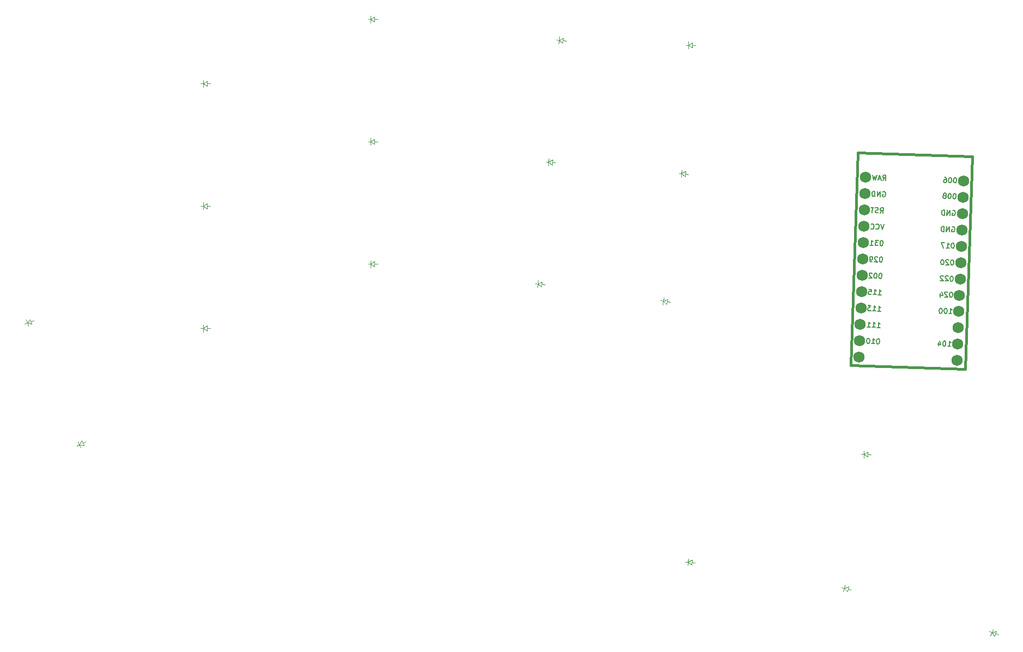
<source format=gbr>
%TF.GenerationSoftware,KiCad,Pcbnew,8.0.6*%
%TF.CreationDate,2025-01-06T03:54:34-07:00*%
%TF.ProjectId,left_circuit,6c656674-5f63-4697-9263-7569742e6b69,v1.0.0*%
%TF.SameCoordinates,Original*%
%TF.FileFunction,Legend,Bot*%
%TF.FilePolarity,Positive*%
%FSLAX46Y46*%
G04 Gerber Fmt 4.6, Leading zero omitted, Abs format (unit mm)*
G04 Created by KiCad (PCBNEW 8.0.6) date 2025-01-06 03:54:34*
%MOMM*%
%LPD*%
G01*
G04 APERTURE LIST*
%ADD10C,0.150000*%
%ADD11C,0.381000*%
%ADD12C,0.100000*%
%ADD13C,1.752600*%
G04 APERTURE END LIST*
D10*
X267032672Y-147424102D02*
X267110145Y-147388689D01*
X267110145Y-147388689D02*
X267224361Y-147392678D01*
X267224361Y-147392678D02*
X267337248Y-147434738D01*
X267337248Y-147434738D02*
X267410733Y-147513542D01*
X267410733Y-147513542D02*
X267446146Y-147591015D01*
X267446146Y-147591015D02*
X267478900Y-147744633D01*
X267478900Y-147744633D02*
X267474911Y-147858849D01*
X267474911Y-147858849D02*
X267431521Y-148009807D01*
X267431521Y-148009807D02*
X267390790Y-148084622D01*
X267390790Y-148084622D02*
X267311987Y-148158107D01*
X267311987Y-148158107D02*
X267196442Y-148192191D01*
X267196442Y-148192191D02*
X267120298Y-148189532D01*
X267120298Y-148189532D02*
X267007411Y-148147471D01*
X267007411Y-148147471D02*
X266970668Y-148108070D01*
X266970668Y-148108070D02*
X266979975Y-147841565D01*
X266979975Y-147841565D02*
X267132263Y-147846883D01*
X266625361Y-148172248D02*
X266653281Y-147372735D01*
X266653281Y-147372735D02*
X266168497Y-148156294D01*
X266168497Y-148156294D02*
X266196416Y-147356781D01*
X265787777Y-148142999D02*
X265815696Y-147343486D01*
X265815696Y-147343486D02*
X265625336Y-147336839D01*
X265625336Y-147336839D02*
X265509791Y-147370922D01*
X265509791Y-147370922D02*
X265430987Y-147444407D01*
X265430987Y-147444407D02*
X265390256Y-147519222D01*
X265390256Y-147519222D02*
X265346866Y-147670181D01*
X265346866Y-147670181D02*
X265342878Y-147784397D01*
X265342878Y-147784397D02*
X265375632Y-147938014D01*
X265375632Y-147938014D02*
X265411045Y-148015488D01*
X265411045Y-148015488D02*
X265484530Y-148094291D01*
X265484530Y-148094291D02*
X265597417Y-148136351D01*
X265597417Y-148136351D02*
X265787777Y-148142999D01*
X256212299Y-144504698D02*
X256289772Y-144469285D01*
X256289772Y-144469285D02*
X256403988Y-144473274D01*
X256403988Y-144473274D02*
X256516875Y-144515334D01*
X256516875Y-144515334D02*
X256590360Y-144594138D01*
X256590360Y-144594138D02*
X256625773Y-144671611D01*
X256625773Y-144671611D02*
X256658527Y-144825229D01*
X256658527Y-144825229D02*
X256654538Y-144939445D01*
X256654538Y-144939445D02*
X256611148Y-145090403D01*
X256611148Y-145090403D02*
X256570417Y-145165218D01*
X256570417Y-145165218D02*
X256491614Y-145238703D01*
X256491614Y-145238703D02*
X256376069Y-145272787D01*
X256376069Y-145272787D02*
X256299925Y-145270128D01*
X256299925Y-145270128D02*
X256187038Y-145228067D01*
X256187038Y-145228067D02*
X256150295Y-145188666D01*
X256150295Y-145188666D02*
X256159602Y-144922161D01*
X256159602Y-144922161D02*
X256311890Y-144927479D01*
X255804988Y-145252844D02*
X255832908Y-144453331D01*
X255832908Y-144453331D02*
X255348124Y-145236890D01*
X255348124Y-145236890D02*
X255376043Y-144437377D01*
X254967404Y-145223595D02*
X254995323Y-144424082D01*
X254995323Y-144424082D02*
X254804963Y-144417435D01*
X254804963Y-144417435D02*
X254689418Y-144451518D01*
X254689418Y-144451518D02*
X254610614Y-144525003D01*
X254610614Y-144525003D02*
X254569883Y-144599818D01*
X254569883Y-144599818D02*
X254526493Y-144750777D01*
X254526493Y-144750777D02*
X254522505Y-144864993D01*
X254522505Y-144864993D02*
X254555259Y-145018610D01*
X254555259Y-145018610D02*
X254590672Y-145096084D01*
X254590672Y-145096084D02*
X254664157Y-145174887D01*
X254664157Y-145174887D02*
X254777044Y-145216947D01*
X254777044Y-145216947D02*
X254967404Y-145223595D01*
X267122867Y-152482236D02*
X267046723Y-152479577D01*
X267046723Y-152479577D02*
X266969249Y-152514990D01*
X266969249Y-152514990D02*
X266929848Y-152551733D01*
X266929848Y-152551733D02*
X266889116Y-152626547D01*
X266889116Y-152626547D02*
X266845726Y-152777506D01*
X266845726Y-152777506D02*
X266839079Y-152967866D01*
X266839079Y-152967866D02*
X266871833Y-153121483D01*
X266871833Y-153121483D02*
X266907246Y-153198957D01*
X266907246Y-153198957D02*
X266943988Y-153238359D01*
X266943988Y-153238359D02*
X267018803Y-153279090D01*
X267018803Y-153279090D02*
X267094947Y-153281749D01*
X267094947Y-153281749D02*
X267172421Y-153246336D01*
X267172421Y-153246336D02*
X267211822Y-153209593D01*
X267211822Y-153209593D02*
X267252553Y-153134779D01*
X267252553Y-153134779D02*
X267295943Y-152983820D01*
X267295943Y-152983820D02*
X267302591Y-152793460D01*
X267302591Y-152793460D02*
X267269837Y-152639842D01*
X267269837Y-152639842D02*
X267234424Y-152562369D01*
X267234424Y-152562369D02*
X267197681Y-152522967D01*
X267197681Y-152522967D02*
X267122867Y-152482236D01*
X266067002Y-153245852D02*
X266523866Y-153261806D01*
X266295434Y-153253829D02*
X266323354Y-152454316D01*
X266323354Y-152454316D02*
X266395509Y-152571191D01*
X266395509Y-152571191D02*
X266468994Y-152649995D01*
X266468994Y-152649995D02*
X266543809Y-152690726D01*
X265828417Y-152437033D02*
X265295409Y-152418420D01*
X265295409Y-152418420D02*
X265610137Y-153229898D01*
X255523713Y-167316468D02*
X255447569Y-167313809D01*
X255447569Y-167313809D02*
X255370095Y-167349222D01*
X255370095Y-167349222D02*
X255330694Y-167385965D01*
X255330694Y-167385965D02*
X255289962Y-167460779D01*
X255289962Y-167460779D02*
X255246572Y-167611738D01*
X255246572Y-167611738D02*
X255239925Y-167802098D01*
X255239925Y-167802098D02*
X255272679Y-167955715D01*
X255272679Y-167955715D02*
X255308092Y-168033189D01*
X255308092Y-168033189D02*
X255344834Y-168072591D01*
X255344834Y-168072591D02*
X255419649Y-168113322D01*
X255419649Y-168113322D02*
X255495793Y-168115981D01*
X255495793Y-168115981D02*
X255573267Y-168080568D01*
X255573267Y-168080568D02*
X255612668Y-168043825D01*
X255612668Y-168043825D02*
X255653399Y-167969011D01*
X255653399Y-167969011D02*
X255696789Y-167818052D01*
X255696789Y-167818052D02*
X255703437Y-167627692D01*
X255703437Y-167627692D02*
X255670683Y-167474074D01*
X255670683Y-167474074D02*
X255635270Y-167396601D01*
X255635270Y-167396601D02*
X255598527Y-167357199D01*
X255598527Y-167357199D02*
X255523713Y-167316468D01*
X254467848Y-168080084D02*
X254924712Y-168096038D01*
X254696280Y-168088061D02*
X254724200Y-167288548D01*
X254724200Y-167288548D02*
X254796355Y-167405423D01*
X254796355Y-167405423D02*
X254869840Y-167484227D01*
X254869840Y-167484227D02*
X254944655Y-167524958D01*
X254000831Y-167263288D02*
X253924687Y-167260629D01*
X253924687Y-167260629D02*
X253847213Y-167296042D01*
X253847213Y-167296042D02*
X253807812Y-167332784D01*
X253807812Y-167332784D02*
X253767081Y-167407599D01*
X253767081Y-167407599D02*
X253723691Y-167558557D01*
X253723691Y-167558557D02*
X253717043Y-167748918D01*
X253717043Y-167748918D02*
X253749797Y-167902535D01*
X253749797Y-167902535D02*
X253785210Y-167980009D01*
X253785210Y-167980009D02*
X253821953Y-168019410D01*
X253821953Y-168019410D02*
X253896767Y-168060141D01*
X253896767Y-168060141D02*
X253972911Y-168062800D01*
X253972911Y-168062800D02*
X254050385Y-168027387D01*
X254050385Y-168027387D02*
X254089786Y-167990645D01*
X254089786Y-167990645D02*
X254130518Y-167915830D01*
X254130518Y-167915830D02*
X254173908Y-167764872D01*
X254173908Y-167764872D02*
X254180555Y-167574512D01*
X254180555Y-167574512D02*
X254147801Y-167420894D01*
X254147801Y-167420894D02*
X254112388Y-167343420D01*
X254112388Y-167343420D02*
X254075646Y-167304019D01*
X254075646Y-167304019D02*
X254000831Y-167263288D01*
X255495223Y-160491316D02*
X255952087Y-160507270D01*
X255723655Y-160499293D02*
X255751575Y-159699780D01*
X255751575Y-159699780D02*
X255823730Y-159816656D01*
X255823730Y-159816656D02*
X255897215Y-159895459D01*
X255897215Y-159895459D02*
X255972030Y-159936190D01*
X254733782Y-160464726D02*
X255190646Y-160480680D01*
X254962214Y-160472703D02*
X254990134Y-159673190D01*
X254990134Y-159673190D02*
X255062289Y-159790065D01*
X255062289Y-159790065D02*
X255135774Y-159868869D01*
X255135774Y-159868869D02*
X255210589Y-159909600D01*
X254038333Y-159639953D02*
X254419053Y-159653248D01*
X254419053Y-159653248D02*
X254443830Y-160035298D01*
X254443830Y-160035298D02*
X254407088Y-159995896D01*
X254407088Y-159995896D02*
X254332273Y-159955165D01*
X254332273Y-159955165D02*
X254141913Y-159948518D01*
X254141913Y-159948518D02*
X254064439Y-159983931D01*
X254064439Y-159983931D02*
X254025038Y-160020673D01*
X254025038Y-160020673D02*
X253984307Y-160095488D01*
X253984307Y-160095488D02*
X253977659Y-160285848D01*
X253977659Y-160285848D02*
X254013072Y-160363321D01*
X254013072Y-160363321D02*
X254049815Y-160402723D01*
X254049815Y-160402723D02*
X254124629Y-160443454D01*
X254124629Y-160443454D02*
X254314989Y-160450101D01*
X254314989Y-160450101D02*
X254392463Y-160414688D01*
X254392463Y-160414688D02*
X254431865Y-160377946D01*
X256055581Y-152085752D02*
X255979437Y-152083093D01*
X255979437Y-152083093D02*
X255901963Y-152118506D01*
X255901963Y-152118506D02*
X255862562Y-152155249D01*
X255862562Y-152155249D02*
X255821830Y-152230063D01*
X255821830Y-152230063D02*
X255778440Y-152381022D01*
X255778440Y-152381022D02*
X255771793Y-152571382D01*
X255771793Y-152571382D02*
X255804547Y-152724999D01*
X255804547Y-152724999D02*
X255839960Y-152802473D01*
X255839960Y-152802473D02*
X255876702Y-152841875D01*
X255876702Y-152841875D02*
X255951517Y-152882606D01*
X255951517Y-152882606D02*
X256027661Y-152885265D01*
X256027661Y-152885265D02*
X256105135Y-152849852D01*
X256105135Y-152849852D02*
X256144536Y-152813109D01*
X256144536Y-152813109D02*
X256185267Y-152738295D01*
X256185267Y-152738295D02*
X256228657Y-152587336D01*
X256228657Y-152587336D02*
X256235305Y-152396976D01*
X256235305Y-152396976D02*
X256202551Y-152243358D01*
X256202551Y-152243358D02*
X256167138Y-152165885D01*
X256167138Y-152165885D02*
X256130395Y-152126483D01*
X256130395Y-152126483D02*
X256055581Y-152085752D01*
X255522572Y-152067139D02*
X255027636Y-152049855D01*
X255027636Y-152049855D02*
X255283504Y-152363738D01*
X255283504Y-152363738D02*
X255169288Y-152359750D01*
X255169288Y-152359750D02*
X255091814Y-152395163D01*
X255091814Y-152395163D02*
X255052413Y-152431905D01*
X255052413Y-152431905D02*
X255011682Y-152506720D01*
X255011682Y-152506720D02*
X255005034Y-152697080D01*
X255005034Y-152697080D02*
X255040447Y-152774553D01*
X255040447Y-152774553D02*
X255077190Y-152813955D01*
X255077190Y-152813955D02*
X255152004Y-152854686D01*
X255152004Y-152854686D02*
X255380436Y-152862663D01*
X255380436Y-152862663D02*
X255457910Y-152827250D01*
X255457910Y-152827250D02*
X255497311Y-152790507D01*
X254238275Y-152822778D02*
X254695140Y-152838732D01*
X254466707Y-152830755D02*
X254494627Y-152031242D01*
X254494627Y-152031242D02*
X254566782Y-152148117D01*
X254566782Y-152148117D02*
X254640268Y-152226920D01*
X254640268Y-152226920D02*
X254715082Y-152267651D01*
X266474213Y-163416259D02*
X266931077Y-163432213D01*
X266702645Y-163424236D02*
X266730565Y-162624723D01*
X266730565Y-162624723D02*
X266802720Y-162741599D01*
X266802720Y-162741599D02*
X266876205Y-162820402D01*
X266876205Y-162820402D02*
X266951020Y-162861133D01*
X266007196Y-162599463D02*
X265931052Y-162596804D01*
X265931052Y-162596804D02*
X265853578Y-162632217D01*
X265853578Y-162632217D02*
X265814177Y-162668959D01*
X265814177Y-162668959D02*
X265773446Y-162743774D01*
X265773446Y-162743774D02*
X265730056Y-162894733D01*
X265730056Y-162894733D02*
X265723408Y-163085093D01*
X265723408Y-163085093D02*
X265756162Y-163238710D01*
X265756162Y-163238710D02*
X265791575Y-163316184D01*
X265791575Y-163316184D02*
X265828318Y-163355585D01*
X265828318Y-163355585D02*
X265903132Y-163396317D01*
X265903132Y-163396317D02*
X265979276Y-163398976D01*
X265979276Y-163398976D02*
X266056750Y-163363563D01*
X266056750Y-163363563D02*
X266096151Y-163326820D01*
X266096151Y-163326820D02*
X266136882Y-163252005D01*
X266136882Y-163252005D02*
X266180272Y-163101047D01*
X266180272Y-163101047D02*
X266186920Y-162910687D01*
X266186920Y-162910687D02*
X266154166Y-162757069D01*
X266154166Y-162757069D02*
X266118753Y-162679595D01*
X266118753Y-162679595D02*
X266082010Y-162640194D01*
X266082010Y-162640194D02*
X266007196Y-162599463D01*
X265245755Y-162572873D02*
X265169611Y-162570214D01*
X265169611Y-162570214D02*
X265092137Y-162605627D01*
X265092137Y-162605627D02*
X265052736Y-162642369D01*
X265052736Y-162642369D02*
X265012005Y-162717184D01*
X265012005Y-162717184D02*
X264968615Y-162868142D01*
X264968615Y-162868142D02*
X264961967Y-163058503D01*
X264961967Y-163058503D02*
X264994721Y-163212120D01*
X264994721Y-163212120D02*
X265030134Y-163289594D01*
X265030134Y-163289594D02*
X265066877Y-163328995D01*
X265066877Y-163328995D02*
X265141691Y-163369726D01*
X265141691Y-163369726D02*
X265217835Y-163372385D01*
X265217835Y-163372385D02*
X265295309Y-163336972D01*
X265295309Y-163336972D02*
X265334710Y-163300230D01*
X265334710Y-163300230D02*
X265375442Y-163225415D01*
X265375442Y-163225415D02*
X265418832Y-163074457D01*
X265418832Y-163074457D02*
X265425479Y-162884097D01*
X265425479Y-162884097D02*
X265392725Y-162730479D01*
X265392725Y-162730479D02*
X265357312Y-162653005D01*
X265357312Y-162653005D02*
X265320570Y-162613604D01*
X265320570Y-162613604D02*
X265245755Y-162572873D01*
X255406578Y-163029769D02*
X255863442Y-163045723D01*
X255635010Y-163037746D02*
X255662930Y-162238233D01*
X255662930Y-162238233D02*
X255735085Y-162355109D01*
X255735085Y-162355109D02*
X255808570Y-162433912D01*
X255808570Y-162433912D02*
X255883385Y-162474643D01*
X254645137Y-163003179D02*
X255102001Y-163019133D01*
X254873569Y-163011156D02*
X254901489Y-162211643D01*
X254901489Y-162211643D02*
X254973644Y-162328518D01*
X254973644Y-162328518D02*
X255047129Y-162407322D01*
X255047129Y-162407322D02*
X255121944Y-162448053D01*
X254406552Y-162194360D02*
X253911616Y-162177076D01*
X253911616Y-162177076D02*
X254167484Y-162490959D01*
X254167484Y-162490959D02*
X254053268Y-162486971D01*
X254053268Y-162486971D02*
X253975794Y-162522384D01*
X253975794Y-162522384D02*
X253936393Y-162559126D01*
X253936393Y-162559126D02*
X253895662Y-162633941D01*
X253895662Y-162633941D02*
X253889014Y-162824301D01*
X253889014Y-162824301D02*
X253924427Y-162901774D01*
X253924427Y-162901774D02*
X253961170Y-162941176D01*
X253961170Y-162941176D02*
X254035984Y-162981907D01*
X254035984Y-162981907D02*
X254264416Y-162989884D01*
X254264416Y-162989884D02*
X254341890Y-162954471D01*
X254341890Y-162954471D02*
X254381292Y-162917728D01*
X266944880Y-157579129D02*
X266868736Y-157576470D01*
X266868736Y-157576470D02*
X266791262Y-157611883D01*
X266791262Y-157611883D02*
X266751861Y-157648626D01*
X266751861Y-157648626D02*
X266711129Y-157723440D01*
X266711129Y-157723440D02*
X266667739Y-157874399D01*
X266667739Y-157874399D02*
X266661092Y-158064759D01*
X266661092Y-158064759D02*
X266693846Y-158218376D01*
X266693846Y-158218376D02*
X266729259Y-158295850D01*
X266729259Y-158295850D02*
X266766001Y-158335252D01*
X266766001Y-158335252D02*
X266840816Y-158375983D01*
X266840816Y-158375983D02*
X266916960Y-158378642D01*
X266916960Y-158378642D02*
X266994434Y-158343229D01*
X266994434Y-158343229D02*
X267033835Y-158306486D01*
X267033835Y-158306486D02*
X267074566Y-158231672D01*
X267074566Y-158231672D02*
X267117956Y-158080713D01*
X267117956Y-158080713D02*
X267124604Y-157890353D01*
X267124604Y-157890353D02*
X267091850Y-157736735D01*
X267091850Y-157736735D02*
X267056437Y-157659262D01*
X267056437Y-157659262D02*
X267019694Y-157619860D01*
X267019694Y-157619860D02*
X266944880Y-157579129D01*
X266371140Y-157635330D02*
X266334397Y-157595929D01*
X266334397Y-157595929D02*
X266259583Y-157555198D01*
X266259583Y-157555198D02*
X266069223Y-157548550D01*
X266069223Y-157548550D02*
X265991749Y-157583963D01*
X265991749Y-157583963D02*
X265952348Y-157620706D01*
X265952348Y-157620706D02*
X265911617Y-157695520D01*
X265911617Y-157695520D02*
X265908958Y-157771665D01*
X265908958Y-157771665D02*
X265943041Y-157887210D01*
X265943041Y-157887210D02*
X266383951Y-158360029D01*
X266383951Y-158360029D02*
X265889015Y-158342745D01*
X265609699Y-157608740D02*
X265572957Y-157569339D01*
X265572957Y-157569339D02*
X265498142Y-157528608D01*
X265498142Y-157528608D02*
X265307782Y-157521960D01*
X265307782Y-157521960D02*
X265230308Y-157557373D01*
X265230308Y-157557373D02*
X265190907Y-157594116D01*
X265190907Y-157594116D02*
X265150176Y-157668930D01*
X265150176Y-157668930D02*
X265147517Y-157745074D01*
X265147517Y-157745074D02*
X265181600Y-157860620D01*
X265181600Y-157860620D02*
X265622511Y-158333438D01*
X265622511Y-158333438D02*
X265127574Y-158316155D01*
X256410730Y-149556606D02*
X256116306Y-150346812D01*
X256116306Y-150346812D02*
X255877721Y-149537992D01*
X255129093Y-150236100D02*
X255165835Y-150275502D01*
X255165835Y-150275502D02*
X255278722Y-150317563D01*
X255278722Y-150317563D02*
X255354866Y-150320222D01*
X255354866Y-150320222D02*
X255470411Y-150286138D01*
X255470411Y-150286138D02*
X255549214Y-150212653D01*
X255549214Y-150212653D02*
X255589945Y-150137838D01*
X255589945Y-150137838D02*
X255633336Y-149986880D01*
X255633336Y-149986880D02*
X255637324Y-149872664D01*
X255637324Y-149872664D02*
X255604570Y-149719046D01*
X255604570Y-149719046D02*
X255569157Y-149641573D01*
X255569157Y-149641573D02*
X255495672Y-149562769D01*
X255495672Y-149562769D02*
X255382785Y-149520709D01*
X255382785Y-149520709D02*
X255306641Y-149518050D01*
X255306641Y-149518050D02*
X255191096Y-149552133D01*
X255191096Y-149552133D02*
X255151694Y-149588876D01*
X254329580Y-150208181D02*
X254366322Y-150247582D01*
X254366322Y-150247582D02*
X254479209Y-150289643D01*
X254479209Y-150289643D02*
X254555353Y-150292302D01*
X254555353Y-150292302D02*
X254670899Y-150258218D01*
X254670899Y-150258218D02*
X254749702Y-150184733D01*
X254749702Y-150184733D02*
X254790433Y-150109919D01*
X254790433Y-150109919D02*
X254833823Y-149958960D01*
X254833823Y-149958960D02*
X254837811Y-149844744D01*
X254837811Y-149844744D02*
X254805057Y-149691126D01*
X254805057Y-149691126D02*
X254769644Y-149613653D01*
X254769644Y-149613653D02*
X254696159Y-149534850D01*
X254696159Y-149534850D02*
X254583273Y-149492789D01*
X254583273Y-149492789D02*
X254507129Y-149490130D01*
X254507129Y-149490130D02*
X254391583Y-149524214D01*
X254391583Y-149524214D02*
X254352181Y-149560956D01*
X255317934Y-165568221D02*
X255774798Y-165584175D01*
X255546366Y-165576198D02*
X255574286Y-164776685D01*
X255574286Y-164776685D02*
X255646441Y-164893561D01*
X255646441Y-164893561D02*
X255719926Y-164972364D01*
X255719926Y-164972364D02*
X255794741Y-165013095D01*
X254556493Y-165541631D02*
X255013357Y-165557585D01*
X254784925Y-165549608D02*
X254812845Y-164750095D01*
X254812845Y-164750095D02*
X254885000Y-164866970D01*
X254885000Y-164866970D02*
X254958485Y-164945774D01*
X254958485Y-164945774D02*
X255033300Y-164986505D01*
X253795052Y-165515041D02*
X254251917Y-165530995D01*
X254023484Y-165523018D02*
X254051404Y-164723505D01*
X254051404Y-164723505D02*
X254123559Y-164840380D01*
X254123559Y-164840380D02*
X254197045Y-164919183D01*
X254197045Y-164919183D02*
X254271859Y-164959914D01*
X267391593Y-144786927D02*
X267315449Y-144784268D01*
X267315449Y-144784268D02*
X267237975Y-144819681D01*
X267237975Y-144819681D02*
X267198574Y-144856424D01*
X267198574Y-144856424D02*
X267157842Y-144931238D01*
X267157842Y-144931238D02*
X267114452Y-145082197D01*
X267114452Y-145082197D02*
X267107805Y-145272557D01*
X267107805Y-145272557D02*
X267140559Y-145426174D01*
X267140559Y-145426174D02*
X267175972Y-145503648D01*
X267175972Y-145503648D02*
X267212714Y-145543050D01*
X267212714Y-145543050D02*
X267287529Y-145583781D01*
X267287529Y-145583781D02*
X267363673Y-145586440D01*
X267363673Y-145586440D02*
X267441147Y-145551027D01*
X267441147Y-145551027D02*
X267480548Y-145514284D01*
X267480548Y-145514284D02*
X267521279Y-145439470D01*
X267521279Y-145439470D02*
X267564669Y-145288511D01*
X267564669Y-145288511D02*
X267571317Y-145098151D01*
X267571317Y-145098151D02*
X267538563Y-144944533D01*
X267538563Y-144944533D02*
X267503150Y-144867060D01*
X267503150Y-144867060D02*
X267466407Y-144827658D01*
X267466407Y-144827658D02*
X267391593Y-144786927D01*
X266630152Y-144760337D02*
X266554008Y-144757678D01*
X266554008Y-144757678D02*
X266476534Y-144793091D01*
X266476534Y-144793091D02*
X266437133Y-144829833D01*
X266437133Y-144829833D02*
X266396402Y-144904648D01*
X266396402Y-144904648D02*
X266353012Y-145055607D01*
X266353012Y-145055607D02*
X266346364Y-145245967D01*
X266346364Y-145245967D02*
X266379118Y-145399584D01*
X266379118Y-145399584D02*
X266414531Y-145477058D01*
X266414531Y-145477058D02*
X266451274Y-145516459D01*
X266451274Y-145516459D02*
X266526088Y-145557191D01*
X266526088Y-145557191D02*
X266602232Y-145559850D01*
X266602232Y-145559850D02*
X266679706Y-145524437D01*
X266679706Y-145524437D02*
X266719107Y-145487694D01*
X266719107Y-145487694D02*
X266759838Y-145412879D01*
X266759838Y-145412879D02*
X266803228Y-145261921D01*
X266803228Y-145261921D02*
X266809876Y-145071561D01*
X266809876Y-145071561D02*
X266777122Y-144917943D01*
X266777122Y-144917943D02*
X266741709Y-144840469D01*
X266741709Y-144840469D02*
X266704966Y-144801068D01*
X266704966Y-144801068D02*
X266630152Y-144760337D01*
X265894817Y-145077725D02*
X265972291Y-145042312D01*
X265972291Y-145042312D02*
X266011693Y-145005569D01*
X266011693Y-145005569D02*
X266052424Y-144930754D01*
X266052424Y-144930754D02*
X266053753Y-144892682D01*
X266053753Y-144892682D02*
X266018340Y-144815209D01*
X266018340Y-144815209D02*
X265981598Y-144775807D01*
X265981598Y-144775807D02*
X265906783Y-144735076D01*
X265906783Y-144735076D02*
X265754495Y-144729758D01*
X265754495Y-144729758D02*
X265677021Y-144765171D01*
X265677021Y-144765171D02*
X265637620Y-144801914D01*
X265637620Y-144801914D02*
X265596889Y-144876728D01*
X265596889Y-144876728D02*
X265595559Y-144914800D01*
X265595559Y-144914800D02*
X265630972Y-144992274D01*
X265630972Y-144992274D02*
X265667715Y-145031675D01*
X265667715Y-145031675D02*
X265742529Y-145072407D01*
X265742529Y-145072407D02*
X265894817Y-145077725D01*
X265894817Y-145077725D02*
X265969632Y-145118456D01*
X265969632Y-145118456D02*
X266006375Y-145157857D01*
X266006375Y-145157857D02*
X266041788Y-145235331D01*
X266041788Y-145235331D02*
X266036470Y-145387619D01*
X266036470Y-145387619D02*
X265995738Y-145462433D01*
X265995738Y-145462433D02*
X265956337Y-145499176D01*
X265956337Y-145499176D02*
X265878863Y-145534589D01*
X265878863Y-145534589D02*
X265726575Y-145529271D01*
X265726575Y-145529271D02*
X265651761Y-145488540D01*
X265651761Y-145488540D02*
X265615018Y-145449138D01*
X265615018Y-145449138D02*
X265579605Y-145371665D01*
X265579605Y-145371665D02*
X265584923Y-145219377D01*
X265584923Y-145219377D02*
X265625654Y-145144562D01*
X265625654Y-145144562D02*
X265665056Y-145107820D01*
X265665056Y-145107820D02*
X265742529Y-145072407D01*
X255878292Y-157162657D02*
X255802148Y-157159998D01*
X255802148Y-157159998D02*
X255724674Y-157195411D01*
X255724674Y-157195411D02*
X255685273Y-157232154D01*
X255685273Y-157232154D02*
X255644541Y-157306968D01*
X255644541Y-157306968D02*
X255601151Y-157457927D01*
X255601151Y-157457927D02*
X255594504Y-157648287D01*
X255594504Y-157648287D02*
X255627258Y-157801904D01*
X255627258Y-157801904D02*
X255662671Y-157879378D01*
X255662671Y-157879378D02*
X255699413Y-157918780D01*
X255699413Y-157918780D02*
X255774228Y-157959511D01*
X255774228Y-157959511D02*
X255850372Y-157962170D01*
X255850372Y-157962170D02*
X255927846Y-157926757D01*
X255927846Y-157926757D02*
X255967247Y-157890014D01*
X255967247Y-157890014D02*
X256007978Y-157815200D01*
X256007978Y-157815200D02*
X256051368Y-157664241D01*
X256051368Y-157664241D02*
X256058016Y-157473881D01*
X256058016Y-157473881D02*
X256025262Y-157320263D01*
X256025262Y-157320263D02*
X255989849Y-157242790D01*
X255989849Y-157242790D02*
X255953106Y-157203388D01*
X255953106Y-157203388D02*
X255878292Y-157162657D01*
X255116851Y-157136067D02*
X255040707Y-157133408D01*
X255040707Y-157133408D02*
X254963233Y-157168821D01*
X254963233Y-157168821D02*
X254923832Y-157205563D01*
X254923832Y-157205563D02*
X254883101Y-157280378D01*
X254883101Y-157280378D02*
X254839711Y-157431337D01*
X254839711Y-157431337D02*
X254833063Y-157621697D01*
X254833063Y-157621697D02*
X254865817Y-157775314D01*
X254865817Y-157775314D02*
X254901230Y-157852788D01*
X254901230Y-157852788D02*
X254937973Y-157892189D01*
X254937973Y-157892189D02*
X255012787Y-157932921D01*
X255012787Y-157932921D02*
X255088931Y-157935580D01*
X255088931Y-157935580D02*
X255166405Y-157900167D01*
X255166405Y-157900167D02*
X255205806Y-157863424D01*
X255205806Y-157863424D02*
X255246537Y-157788609D01*
X255246537Y-157788609D02*
X255289927Y-157637651D01*
X255289927Y-157637651D02*
X255296575Y-157447291D01*
X255296575Y-157447291D02*
X255263821Y-157293673D01*
X255263821Y-157293673D02*
X255228408Y-157216199D01*
X255228408Y-157216199D02*
X255191665Y-157176798D01*
X255191665Y-157176798D02*
X255116851Y-157136067D01*
X254543111Y-157192268D02*
X254506369Y-157152867D01*
X254506369Y-157152867D02*
X254431554Y-157112136D01*
X254431554Y-157112136D02*
X254241194Y-157105488D01*
X254241194Y-157105488D02*
X254163720Y-157140901D01*
X254163720Y-157140901D02*
X254124319Y-157177644D01*
X254124319Y-157177644D02*
X254083588Y-157252458D01*
X254083588Y-157252458D02*
X254080929Y-157328602D01*
X254080929Y-157328602D02*
X254115012Y-157444148D01*
X254115012Y-157444148D02*
X254555923Y-157916966D01*
X254555923Y-157916966D02*
X254060986Y-157899683D01*
X267032128Y-155080652D02*
X266955984Y-155077993D01*
X266955984Y-155077993D02*
X266878510Y-155113406D01*
X266878510Y-155113406D02*
X266839109Y-155150149D01*
X266839109Y-155150149D02*
X266798377Y-155224963D01*
X266798377Y-155224963D02*
X266754987Y-155375922D01*
X266754987Y-155375922D02*
X266748340Y-155566282D01*
X266748340Y-155566282D02*
X266781094Y-155719899D01*
X266781094Y-155719899D02*
X266816507Y-155797373D01*
X266816507Y-155797373D02*
X266853249Y-155836775D01*
X266853249Y-155836775D02*
X266928064Y-155877506D01*
X266928064Y-155877506D02*
X267004208Y-155880165D01*
X267004208Y-155880165D02*
X267081682Y-155844752D01*
X267081682Y-155844752D02*
X267121083Y-155808009D01*
X267121083Y-155808009D02*
X267161814Y-155733195D01*
X267161814Y-155733195D02*
X267205204Y-155582236D01*
X267205204Y-155582236D02*
X267211852Y-155391876D01*
X267211852Y-155391876D02*
X267179098Y-155238258D01*
X267179098Y-155238258D02*
X267143685Y-155160785D01*
X267143685Y-155160785D02*
X267106942Y-155121383D01*
X267106942Y-155121383D02*
X267032128Y-155080652D01*
X266458388Y-155136853D02*
X266421645Y-155097452D01*
X266421645Y-155097452D02*
X266346831Y-155056721D01*
X266346831Y-155056721D02*
X266156471Y-155050073D01*
X266156471Y-155050073D02*
X266078997Y-155085486D01*
X266078997Y-155085486D02*
X266039596Y-155122229D01*
X266039596Y-155122229D02*
X265998865Y-155197043D01*
X265998865Y-155197043D02*
X265996206Y-155273188D01*
X265996206Y-155273188D02*
X266030289Y-155388733D01*
X266030289Y-155388733D02*
X266471199Y-155861552D01*
X266471199Y-155861552D02*
X265976263Y-155844268D01*
X265509246Y-155027472D02*
X265433102Y-155024813D01*
X265433102Y-155024813D02*
X265355628Y-155060226D01*
X265355628Y-155060226D02*
X265316227Y-155096968D01*
X265316227Y-155096968D02*
X265275496Y-155171783D01*
X265275496Y-155171783D02*
X265232106Y-155322741D01*
X265232106Y-155322741D02*
X265225458Y-155513102D01*
X265225458Y-155513102D02*
X265258212Y-155666719D01*
X265258212Y-155666719D02*
X265293625Y-155744193D01*
X265293625Y-155744193D02*
X265330368Y-155783594D01*
X265330368Y-155783594D02*
X265405182Y-155824325D01*
X265405182Y-155824325D02*
X265481326Y-155826984D01*
X265481326Y-155826984D02*
X265558800Y-155791571D01*
X265558800Y-155791571D02*
X265598201Y-155754829D01*
X265598201Y-155754829D02*
X265638933Y-155680014D01*
X265638933Y-155680014D02*
X265682323Y-155529056D01*
X265682323Y-155529056D02*
X265688970Y-155338696D01*
X265688970Y-155338696D02*
X265656216Y-155185078D01*
X265656216Y-155185078D02*
X265620803Y-155107604D01*
X265620803Y-155107604D02*
X265584061Y-155068203D01*
X265584061Y-155068203D02*
X265509246Y-155027472D01*
X255966936Y-154624204D02*
X255890792Y-154621545D01*
X255890792Y-154621545D02*
X255813318Y-154656958D01*
X255813318Y-154656958D02*
X255773917Y-154693701D01*
X255773917Y-154693701D02*
X255733185Y-154768515D01*
X255733185Y-154768515D02*
X255689795Y-154919474D01*
X255689795Y-154919474D02*
X255683148Y-155109834D01*
X255683148Y-155109834D02*
X255715902Y-155263451D01*
X255715902Y-155263451D02*
X255751315Y-155340925D01*
X255751315Y-155340925D02*
X255788057Y-155380327D01*
X255788057Y-155380327D02*
X255862872Y-155421058D01*
X255862872Y-155421058D02*
X255939016Y-155423717D01*
X255939016Y-155423717D02*
X256016490Y-155388304D01*
X256016490Y-155388304D02*
X256055891Y-155351561D01*
X256055891Y-155351561D02*
X256096622Y-155276747D01*
X256096622Y-155276747D02*
X256140012Y-155125788D01*
X256140012Y-155125788D02*
X256146660Y-154935428D01*
X256146660Y-154935428D02*
X256113906Y-154781810D01*
X256113906Y-154781810D02*
X256078493Y-154704337D01*
X256078493Y-154704337D02*
X256041750Y-154664935D01*
X256041750Y-154664935D02*
X255966936Y-154624204D01*
X255393196Y-154680405D02*
X255356453Y-154641004D01*
X255356453Y-154641004D02*
X255281639Y-154600273D01*
X255281639Y-154600273D02*
X255091279Y-154593625D01*
X255091279Y-154593625D02*
X255013805Y-154629038D01*
X255013805Y-154629038D02*
X254974404Y-154665781D01*
X254974404Y-154665781D02*
X254933673Y-154740595D01*
X254933673Y-154740595D02*
X254931014Y-154816740D01*
X254931014Y-154816740D02*
X254965097Y-154932285D01*
X254965097Y-154932285D02*
X255406007Y-155405104D01*
X255406007Y-155405104D02*
X254911071Y-155387820D01*
X254530350Y-155374525D02*
X254378062Y-155369207D01*
X254378062Y-155369207D02*
X254303248Y-155328476D01*
X254303248Y-155328476D02*
X254266505Y-155289074D01*
X254266505Y-155289074D02*
X254194350Y-155172199D01*
X254194350Y-155172199D02*
X254161596Y-155018582D01*
X254161596Y-155018582D02*
X254172232Y-154714005D01*
X254172232Y-154714005D02*
X254212963Y-154639191D01*
X254212963Y-154639191D02*
X254252364Y-154602448D01*
X254252364Y-154602448D02*
X254329838Y-154567035D01*
X254329838Y-154567035D02*
X254482126Y-154572353D01*
X254482126Y-154572353D02*
X254556941Y-154613084D01*
X254556941Y-154613084D02*
X254593683Y-154652486D01*
X254593683Y-154652486D02*
X254629096Y-154729959D01*
X254629096Y-154729959D02*
X254622449Y-154920320D01*
X254622449Y-154920320D02*
X254581718Y-154995134D01*
X254581718Y-154995134D02*
X254542316Y-155031877D01*
X254542316Y-155031877D02*
X254464842Y-155067290D01*
X254464842Y-155067290D02*
X254312554Y-155061972D01*
X254312554Y-155061972D02*
X254237740Y-155021241D01*
X254237740Y-155021241D02*
X254200997Y-154981839D01*
X254200997Y-154981839D02*
X254165584Y-154904366D01*
X255792489Y-147793955D02*
X256072288Y-147422542D01*
X256249353Y-147809909D02*
X256277273Y-147010397D01*
X256277273Y-147010397D02*
X255972696Y-146999761D01*
X255972696Y-146999761D02*
X255895223Y-147035174D01*
X255895223Y-147035174D02*
X255855821Y-147071916D01*
X255855821Y-147071916D02*
X255815090Y-147146731D01*
X255815090Y-147146731D02*
X255811102Y-147260947D01*
X255811102Y-147260947D02*
X255846515Y-147338420D01*
X255846515Y-147338420D02*
X255883257Y-147377822D01*
X255883257Y-147377822D02*
X255958072Y-147418553D01*
X255958072Y-147418553D02*
X256262648Y-147429189D01*
X255489242Y-147745247D02*
X255373696Y-147779331D01*
X255373696Y-147779331D02*
X255183336Y-147772683D01*
X255183336Y-147772683D02*
X255108522Y-147731952D01*
X255108522Y-147731952D02*
X255071779Y-147692551D01*
X255071779Y-147692551D02*
X255036366Y-147615077D01*
X255036366Y-147615077D02*
X255039025Y-147538933D01*
X255039025Y-147538933D02*
X255079756Y-147464118D01*
X255079756Y-147464118D02*
X255119158Y-147427376D01*
X255119158Y-147427376D02*
X255196631Y-147391963D01*
X255196631Y-147391963D02*
X255350249Y-147359209D01*
X255350249Y-147359209D02*
X255427722Y-147323796D01*
X255427722Y-147323796D02*
X255467124Y-147287053D01*
X255467124Y-147287053D02*
X255507855Y-147212239D01*
X255507855Y-147212239D02*
X255510514Y-147136095D01*
X255510514Y-147136095D02*
X255475101Y-147058621D01*
X255475101Y-147058621D02*
X255438358Y-147019220D01*
X255438358Y-147019220D02*
X255363544Y-146978489D01*
X255363544Y-146978489D02*
X255173184Y-146971841D01*
X255173184Y-146971841D02*
X255057638Y-147005925D01*
X254830535Y-146959876D02*
X254373671Y-146943921D01*
X254574183Y-147751411D02*
X254602103Y-146951899D01*
X256198209Y-142725027D02*
X256478008Y-142353613D01*
X256655073Y-142740981D02*
X256682993Y-141941468D01*
X256682993Y-141941468D02*
X256378417Y-141930832D01*
X256378417Y-141930832D02*
X256300943Y-141966245D01*
X256300943Y-141966245D02*
X256261542Y-142002988D01*
X256261542Y-142002988D02*
X256220811Y-142077802D01*
X256220811Y-142077802D02*
X256216822Y-142192018D01*
X256216822Y-142192018D02*
X256252235Y-142269492D01*
X256252235Y-142269492D02*
X256288978Y-142308894D01*
X256288978Y-142308894D02*
X256363792Y-142349625D01*
X256363792Y-142349625D02*
X256668368Y-142360261D01*
X255901610Y-142485959D02*
X255520889Y-142472664D01*
X255969777Y-142717050D02*
X255731192Y-141908231D01*
X255731192Y-141908231D02*
X255436768Y-142698437D01*
X255274328Y-141892277D02*
X255056048Y-142685142D01*
X255056048Y-142685142D02*
X254923703Y-142108743D01*
X254923703Y-142108743D02*
X254751472Y-142674506D01*
X254751472Y-142674506D02*
X254589032Y-141868346D01*
X266296924Y-168493164D02*
X266753788Y-168509118D01*
X266525356Y-168501141D02*
X266553276Y-167701628D01*
X266553276Y-167701628D02*
X266625431Y-167818504D01*
X266625431Y-167818504D02*
X266698916Y-167897307D01*
X266698916Y-167897307D02*
X266773731Y-167938038D01*
X265829907Y-167676368D02*
X265753763Y-167673709D01*
X265753763Y-167673709D02*
X265676289Y-167709122D01*
X265676289Y-167709122D02*
X265636888Y-167745864D01*
X265636888Y-167745864D02*
X265596157Y-167820679D01*
X265596157Y-167820679D02*
X265552767Y-167971638D01*
X265552767Y-167971638D02*
X265546119Y-168161998D01*
X265546119Y-168161998D02*
X265578873Y-168315615D01*
X265578873Y-168315615D02*
X265614286Y-168393089D01*
X265614286Y-168393089D02*
X265651029Y-168432490D01*
X265651029Y-168432490D02*
X265725843Y-168473222D01*
X265725843Y-168473222D02*
X265801987Y-168475881D01*
X265801987Y-168475881D02*
X265879461Y-168440468D01*
X265879461Y-168440468D02*
X265918862Y-168403725D01*
X265918862Y-168403725D02*
X265959593Y-168328910D01*
X265959593Y-168328910D02*
X266002983Y-168177952D01*
X266002983Y-168177952D02*
X266009631Y-167987592D01*
X266009631Y-167987592D02*
X265976877Y-167833974D01*
X265976877Y-167833974D02*
X265941464Y-167756500D01*
X265941464Y-167756500D02*
X265904721Y-167717099D01*
X265904721Y-167717099D02*
X265829907Y-167676368D01*
X264868799Y-167909634D02*
X264850186Y-168442643D01*
X265069795Y-167611706D02*
X265240213Y-168189434D01*
X265240213Y-168189434D02*
X264745277Y-168172150D01*
X266944027Y-149962554D02*
X267021500Y-149927141D01*
X267021500Y-149927141D02*
X267135716Y-149931130D01*
X267135716Y-149931130D02*
X267248603Y-149973190D01*
X267248603Y-149973190D02*
X267322088Y-150051994D01*
X267322088Y-150051994D02*
X267357501Y-150129467D01*
X267357501Y-150129467D02*
X267390255Y-150283085D01*
X267390255Y-150283085D02*
X267386266Y-150397301D01*
X267386266Y-150397301D02*
X267342876Y-150548259D01*
X267342876Y-150548259D02*
X267302145Y-150623074D01*
X267302145Y-150623074D02*
X267223342Y-150696559D01*
X267223342Y-150696559D02*
X267107797Y-150730643D01*
X267107797Y-150730643D02*
X267031653Y-150727984D01*
X267031653Y-150727984D02*
X266918766Y-150685923D01*
X266918766Y-150685923D02*
X266882023Y-150646522D01*
X266882023Y-150646522D02*
X266891330Y-150380017D01*
X266891330Y-150380017D02*
X267043618Y-150385335D01*
X266536716Y-150710700D02*
X266564636Y-149911187D01*
X266564636Y-149911187D02*
X266079852Y-150694746D01*
X266079852Y-150694746D02*
X266107771Y-149895233D01*
X265699132Y-150681451D02*
X265727051Y-149881938D01*
X265727051Y-149881938D02*
X265536691Y-149875291D01*
X265536691Y-149875291D02*
X265421146Y-149909374D01*
X265421146Y-149909374D02*
X265342342Y-149982859D01*
X265342342Y-149982859D02*
X265301611Y-150057674D01*
X265301611Y-150057674D02*
X265258221Y-150208633D01*
X265258221Y-150208633D02*
X265254233Y-150322849D01*
X265254233Y-150322849D02*
X265286987Y-150476466D01*
X265286987Y-150476466D02*
X265322400Y-150553940D01*
X265322400Y-150553940D02*
X265395885Y-150632743D01*
X265395885Y-150632743D02*
X265508772Y-150674803D01*
X265508772Y-150674803D02*
X265699132Y-150681451D01*
X267477795Y-142318431D02*
X267401651Y-142315772D01*
X267401651Y-142315772D02*
X267324177Y-142351185D01*
X267324177Y-142351185D02*
X267284776Y-142387928D01*
X267284776Y-142387928D02*
X267244044Y-142462742D01*
X267244044Y-142462742D02*
X267200654Y-142613701D01*
X267200654Y-142613701D02*
X267194007Y-142804061D01*
X267194007Y-142804061D02*
X267226761Y-142957678D01*
X267226761Y-142957678D02*
X267262174Y-143035152D01*
X267262174Y-143035152D02*
X267298916Y-143074554D01*
X267298916Y-143074554D02*
X267373731Y-143115285D01*
X267373731Y-143115285D02*
X267449875Y-143117944D01*
X267449875Y-143117944D02*
X267527349Y-143082531D01*
X267527349Y-143082531D02*
X267566750Y-143045788D01*
X267566750Y-143045788D02*
X267607481Y-142970974D01*
X267607481Y-142970974D02*
X267650871Y-142820015D01*
X267650871Y-142820015D02*
X267657519Y-142629655D01*
X267657519Y-142629655D02*
X267624765Y-142476037D01*
X267624765Y-142476037D02*
X267589352Y-142398564D01*
X267589352Y-142398564D02*
X267552609Y-142359162D01*
X267552609Y-142359162D02*
X267477795Y-142318431D01*
X266716354Y-142291841D02*
X266640210Y-142289182D01*
X266640210Y-142289182D02*
X266562736Y-142324595D01*
X266562736Y-142324595D02*
X266523335Y-142361337D01*
X266523335Y-142361337D02*
X266482604Y-142436152D01*
X266482604Y-142436152D02*
X266439214Y-142587111D01*
X266439214Y-142587111D02*
X266432566Y-142777471D01*
X266432566Y-142777471D02*
X266465320Y-142931088D01*
X266465320Y-142931088D02*
X266500733Y-143008562D01*
X266500733Y-143008562D02*
X266537476Y-143047963D01*
X266537476Y-143047963D02*
X266612290Y-143088695D01*
X266612290Y-143088695D02*
X266688434Y-143091354D01*
X266688434Y-143091354D02*
X266765908Y-143055941D01*
X266765908Y-143055941D02*
X266805309Y-143019198D01*
X266805309Y-143019198D02*
X266846040Y-142944383D01*
X266846040Y-142944383D02*
X266889430Y-142793425D01*
X266889430Y-142793425D02*
X266896078Y-142603065D01*
X266896078Y-142603065D02*
X266863324Y-142449447D01*
X266863324Y-142449447D02*
X266827911Y-142371973D01*
X266827911Y-142371973D02*
X266791168Y-142332572D01*
X266791168Y-142332572D02*
X266716354Y-142291841D01*
X265764553Y-142258603D02*
X265916841Y-142263921D01*
X265916841Y-142263921D02*
X265991655Y-142304652D01*
X265991655Y-142304652D02*
X266028398Y-142344054D01*
X266028398Y-142344054D02*
X266100554Y-142460929D01*
X266100554Y-142460929D02*
X266133308Y-142614547D01*
X266133308Y-142614547D02*
X266122672Y-142919123D01*
X266122672Y-142919123D02*
X266081940Y-142993937D01*
X266081940Y-142993937D02*
X266042539Y-143030680D01*
X266042539Y-143030680D02*
X265965065Y-143066093D01*
X265965065Y-143066093D02*
X265812777Y-143060775D01*
X265812777Y-143060775D02*
X265737963Y-143020044D01*
X265737963Y-143020044D02*
X265701220Y-142980642D01*
X265701220Y-142980642D02*
X265665807Y-142903169D01*
X265665807Y-142903169D02*
X265672455Y-142712809D01*
X265672455Y-142712809D02*
X265713186Y-142637994D01*
X265713186Y-142637994D02*
X265752587Y-142601252D01*
X265752587Y-142601252D02*
X265830061Y-142565839D01*
X265830061Y-142565839D02*
X265982349Y-142571157D01*
X265982349Y-142571157D02*
X266057164Y-142611888D01*
X266057164Y-142611888D02*
X266093906Y-142651289D01*
X266093906Y-142651289D02*
X266129319Y-142728763D01*
X266857282Y-160087600D02*
X266781138Y-160084941D01*
X266781138Y-160084941D02*
X266703664Y-160120354D01*
X266703664Y-160120354D02*
X266664263Y-160157097D01*
X266664263Y-160157097D02*
X266623531Y-160231911D01*
X266623531Y-160231911D02*
X266580141Y-160382870D01*
X266580141Y-160382870D02*
X266573494Y-160573230D01*
X266573494Y-160573230D02*
X266606248Y-160726847D01*
X266606248Y-160726847D02*
X266641661Y-160804321D01*
X266641661Y-160804321D02*
X266678403Y-160843723D01*
X266678403Y-160843723D02*
X266753218Y-160884454D01*
X266753218Y-160884454D02*
X266829362Y-160887113D01*
X266829362Y-160887113D02*
X266906836Y-160851700D01*
X266906836Y-160851700D02*
X266946237Y-160814957D01*
X266946237Y-160814957D02*
X266986968Y-160740143D01*
X266986968Y-160740143D02*
X267030358Y-160589184D01*
X267030358Y-160589184D02*
X267037006Y-160398824D01*
X267037006Y-160398824D02*
X267004252Y-160245206D01*
X267004252Y-160245206D02*
X266968839Y-160167733D01*
X266968839Y-160167733D02*
X266932096Y-160128331D01*
X266932096Y-160128331D02*
X266857282Y-160087600D01*
X266283542Y-160143801D02*
X266246799Y-160104400D01*
X266246799Y-160104400D02*
X266171985Y-160063669D01*
X266171985Y-160063669D02*
X265981625Y-160057021D01*
X265981625Y-160057021D02*
X265904151Y-160092434D01*
X265904151Y-160092434D02*
X265864750Y-160129177D01*
X265864750Y-160129177D02*
X265824019Y-160203991D01*
X265824019Y-160203991D02*
X265821360Y-160280136D01*
X265821360Y-160280136D02*
X265855443Y-160395681D01*
X265855443Y-160395681D02*
X266296353Y-160868500D01*
X266296353Y-160868500D02*
X265801417Y-160851216D01*
X265134733Y-160294276D02*
X265116120Y-160827285D01*
X265335729Y-159996348D02*
X265506147Y-160574076D01*
X265506147Y-160574076D02*
X265011211Y-160556792D01*
D11*
%TO.C,MCU1*%
X251225191Y-171416655D02*
X268994360Y-172037168D01*
X252377573Y-138416770D02*
X251225191Y-171416655D01*
X268994360Y-172037168D02*
X270146746Y-139037283D01*
X270146746Y-139037283D02*
X252377573Y-138416770D01*
D12*
%TO.C,D11*%
X205524683Y-120924035D02*
X205923161Y-120958896D01*
X205923161Y-120958896D02*
X205875225Y-121506805D01*
X205923161Y-120958896D02*
X205971097Y-120410990D01*
X205923161Y-120958896D02*
X206555740Y-120612713D01*
X206486015Y-121409669D02*
X205923161Y-120958896D01*
X206520878Y-121011191D02*
X207018975Y-121054769D01*
X206555740Y-120612713D02*
X206486015Y-121409669D01*
%TO.C,D3*%
X150263757Y-165707765D02*
X150663757Y-165707765D01*
X150663757Y-165707765D02*
X150663757Y-165157765D01*
X150663757Y-165707765D02*
X150663757Y-166257765D01*
X150663757Y-165707765D02*
X151263757Y-165307765D01*
X151263757Y-165307765D02*
X151263757Y-166107765D01*
X151263757Y-165707765D02*
X151763757Y-165707765D01*
X151263757Y-166107765D02*
X150663757Y-165707765D01*
%TO.C,D14*%
X225630348Y-121718478D02*
X226030348Y-121718478D01*
X226030348Y-121718478D02*
X226030348Y-121168478D01*
X226030348Y-121718478D02*
X226030348Y-122268478D01*
X226030348Y-121718478D02*
X226630348Y-121318478D01*
X226630348Y-121318478D02*
X226630348Y-122118478D01*
X226630348Y-121718478D02*
X227130348Y-121718478D01*
X226630348Y-122118478D02*
X226030348Y-121718478D01*
%TO.C,D16*%
X249797704Y-205985148D02*
X250188963Y-206068313D01*
X250188963Y-206068313D02*
X250074612Y-206606294D01*
X250188963Y-206068313D02*
X250303315Y-205530332D01*
X250188963Y-206068313D02*
X250859017Y-205801801D01*
X250692687Y-206584319D02*
X250188963Y-206068313D01*
X250775852Y-206193060D02*
X251264926Y-206297016D01*
X250859017Y-205801801D02*
X250692687Y-206584319D01*
%TO.C,D9*%
X202212765Y-158779433D02*
X202611243Y-158814294D01*
X202611243Y-158814294D02*
X202563307Y-159362203D01*
X202611243Y-158814294D02*
X202659179Y-158266388D01*
X202611243Y-158814294D02*
X203243822Y-158468111D01*
X203174097Y-159265067D02*
X202611243Y-158814294D01*
X203208960Y-158866589D02*
X203707057Y-158910167D01*
X203243822Y-158468111D02*
X203174097Y-159265067D01*
%TO.C,D18*%
X272763006Y-212803459D02*
X273138883Y-212940267D01*
X273138883Y-212940267D02*
X272950772Y-213457098D01*
X273138883Y-212940267D02*
X273326994Y-212423436D01*
X273138883Y-212940267D02*
X273839506Y-212769602D01*
X273565890Y-213521356D02*
X273138883Y-212940267D01*
X273702698Y-213145479D02*
X274172544Y-213316489D01*
X273839506Y-212769602D02*
X273565890Y-213521356D01*
%TO.C,D17*%
X252883671Y-185242957D02*
X253283427Y-185256917D01*
X253283427Y-185256917D02*
X253264232Y-185806582D01*
X253283427Y-185256917D02*
X253302622Y-184707252D01*
X253283427Y-185256917D02*
X253897026Y-184878101D01*
X253869102Y-185677613D02*
X253283427Y-185256917D01*
X253883062Y-185277857D02*
X254382757Y-185295307D01*
X253897026Y-184878101D02*
X253869102Y-185677613D01*
%TO.C,D1*%
X131010742Y-183942195D02*
X131373265Y-183773147D01*
X131373265Y-183773147D02*
X131140825Y-183274678D01*
X131373265Y-183773147D02*
X131605705Y-184271617D01*
X131373265Y-183773147D02*
X131748003Y-183157053D01*
X131748003Y-183157053D02*
X132086097Y-183882100D01*
X131917050Y-183519576D02*
X132370204Y-183308267D01*
X132086097Y-183882100D02*
X131373265Y-183773147D01*
%TO.C,D4*%
X150263757Y-146707765D02*
X150663757Y-146707765D01*
X150663757Y-146707765D02*
X150663757Y-146157765D01*
X150663757Y-146707765D02*
X150663757Y-147257765D01*
X150663757Y-146707765D02*
X151263757Y-146307765D01*
X151263757Y-146307765D02*
X151263757Y-147107765D01*
X151263757Y-146707765D02*
X151763757Y-146707765D01*
X151263757Y-147107765D02*
X150663757Y-146707765D01*
%TO.C,D6*%
X176263757Y-155707765D02*
X176663757Y-155707765D01*
X176663757Y-155707765D02*
X176663757Y-155157765D01*
X176663757Y-155707765D02*
X176663757Y-156257765D01*
X176663757Y-155707765D02*
X177263757Y-155307765D01*
X177263757Y-155307765D02*
X177263757Y-156107765D01*
X177263757Y-155707765D02*
X177763757Y-155707765D01*
X177263757Y-156107765D02*
X176663757Y-155707765D01*
%TO.C,D12*%
X221712074Y-161408326D02*
X222105997Y-161477785D01*
X222105997Y-161477785D02*
X222010491Y-162019429D01*
X222105997Y-161477785D02*
X222201504Y-160936141D01*
X222105997Y-161477785D02*
X222766341Y-161188051D01*
X222627423Y-161975897D02*
X222105997Y-161477785D01*
X222696882Y-161581974D02*
X223189286Y-161668798D01*
X222766341Y-161188051D02*
X222627423Y-161975897D01*
%TO.C,D10*%
X203868724Y-139851734D02*
X204267202Y-139886595D01*
X204267202Y-139886595D02*
X204219266Y-140434504D01*
X204267202Y-139886595D02*
X204315138Y-139338689D01*
X204267202Y-139886595D02*
X204899781Y-139540412D01*
X204830056Y-140337368D02*
X204267202Y-139886595D01*
X204864919Y-139938890D02*
X205363016Y-139982468D01*
X204899781Y-139540412D02*
X204830056Y-140337368D01*
%TO.C,D2*%
X122905945Y-165013358D02*
X123281822Y-164876550D01*
X123281822Y-164876550D02*
X123093711Y-164359719D01*
X123281822Y-164876550D02*
X123469933Y-165393381D01*
X123281822Y-164876550D02*
X123708829Y-164295461D01*
X123708829Y-164295461D02*
X123982445Y-165047215D01*
X123845637Y-164671338D02*
X124315483Y-164500328D01*
X123982445Y-165047215D02*
X123281822Y-164876550D01*
%TO.C,D8*%
X176263757Y-117707765D02*
X176663757Y-117707765D01*
X176663757Y-117707765D02*
X176663757Y-117157765D01*
X176663757Y-117707765D02*
X176663757Y-118257765D01*
X176663757Y-117707765D02*
X177263757Y-117307765D01*
X177263757Y-117307765D02*
X177263757Y-118107765D01*
X177263757Y-117707765D02*
X177763757Y-117707765D01*
X177263757Y-118107765D02*
X176663757Y-117707765D01*
%TO.C,D13*%
X224537659Y-141648940D02*
X224936137Y-141683801D01*
X224936137Y-141683801D02*
X224888201Y-142231710D01*
X224936137Y-141683801D02*
X224984073Y-141135895D01*
X224936137Y-141683801D02*
X225568716Y-141337618D01*
X225498991Y-142134574D02*
X224936137Y-141683801D01*
X225533854Y-141736096D02*
X226031951Y-141779674D01*
X225568716Y-141337618D02*
X225498991Y-142134574D01*
%TO.C,D15*%
X225536637Y-201976621D02*
X225935115Y-202011482D01*
X225935115Y-202011482D02*
X225887179Y-202559391D01*
X225935115Y-202011482D02*
X225983051Y-201463576D01*
X225935115Y-202011482D02*
X226567694Y-201665299D01*
X226497969Y-202462255D02*
X225935115Y-202011482D01*
X226532832Y-202063777D02*
X227030929Y-202107355D01*
X226567694Y-201665299D02*
X226497969Y-202462255D01*
%TO.C,D7*%
X176263757Y-136707765D02*
X176663757Y-136707765D01*
X176663757Y-136707765D02*
X176663757Y-136157765D01*
X176663757Y-136707765D02*
X176663757Y-137257765D01*
X176663757Y-136707765D02*
X177263757Y-136307765D01*
X177263757Y-136307765D02*
X177263757Y-137107765D01*
X177263757Y-136707765D02*
X177763757Y-136707765D01*
X177263757Y-137107765D02*
X176663757Y-136707765D01*
%TO.C,D5*%
X150263757Y-127707765D02*
X150663757Y-127707765D01*
X150663757Y-127707765D02*
X150663757Y-127157765D01*
X150663757Y-127707765D02*
X150663757Y-128257765D01*
X150663757Y-127707765D02*
X151263757Y-127307765D01*
X151263757Y-127307765D02*
X151263757Y-128107765D01*
X151263757Y-127707765D02*
X151763757Y-127707765D01*
X151263757Y-128107765D02*
X150663757Y-127707765D01*
%TD*%
D13*
%TO.C,MCU1*%
X268744548Y-142800639D03*
X268655903Y-145339092D03*
X268567259Y-147877545D03*
X268478614Y-150415997D03*
X268389969Y-152954450D03*
X268301324Y-155492903D03*
X268212680Y-158031356D03*
X268124035Y-160569808D03*
X268035390Y-163108261D03*
X267946746Y-165646714D03*
X267858101Y-168185166D03*
X267769456Y-170723619D03*
X252538740Y-170191751D03*
X252627385Y-167653298D03*
X252716029Y-165114845D03*
X252804674Y-162576393D03*
X252893319Y-160037940D03*
X252981964Y-157499487D03*
X253070608Y-154961034D03*
X253159253Y-152422582D03*
X253247898Y-149884129D03*
X253336542Y-147345676D03*
X253425187Y-144807224D03*
X253513832Y-142268771D03*
%TD*%
M02*

</source>
